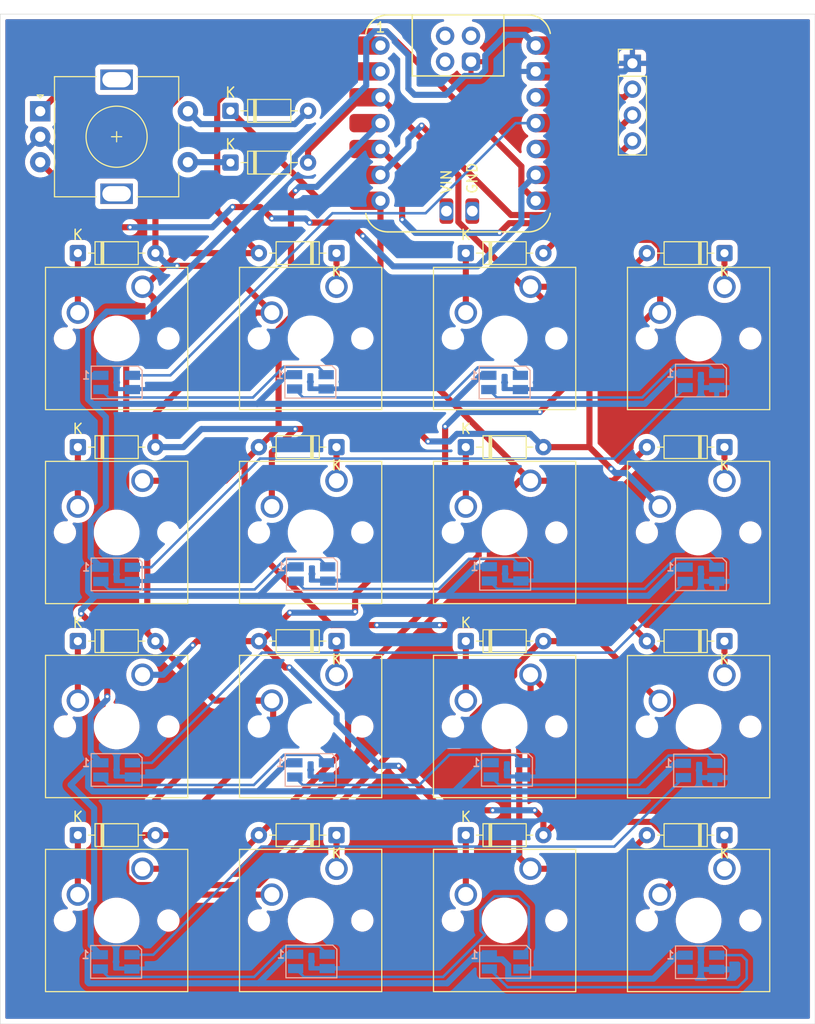
<source format=kicad_pcb>
(kicad_pcb (version 20241229) (generator "pcbnew") (generator_version "9.0")
  (layers (0 "F.Cu" signal) (2 "B.Cu" signal) (13 "F.Paste" user) (15 "B.Paste" user) (5 "F.SilkS" user "F.Silkscreen") (7 "B.SilkS" user "B.Silkscreen") (1 "F.Mask" user) (3 "B.Mask" user) (25 "Edge.Cuts" user))
  (net 0 "")
  (net 1 "P26")
  (net 2 "Net-(D1-K)")
  (net 3 "P27")
  (net 4 "Net-(D2-K)")
  (net 5 "Net-(D3-K)")
  (net 6 "Net-(D4-K)")
  (net 7 "P28")
  (net 8 "Net-(D5-K)")
  (net 9 "Net-(D6-K)")
  (net 10 "P29")
  (net 11 "Net-(D7-K)")
  (net 12 "Net-(D8-K)")
  (net 13 "P0")
  (net 14 "Net-(D9-K)")
  (net 15 "Net-(D10-K)")
  (net 16 "Net-(D11-K)")
  (net 17 "Net-(D12-K)")
  (net 18 "Net-(D13-K)")
  (net 19 "Net-(D14-K)")
  (net 20 "Net-(D15-K)")
  (net 21 "Net-(D16-K)")
  (net 22 "Net-(D17-K)")
  (net 23 "Net-(D18-A)")
  (net 24 "SCL")
  (net 25 "SDA")
  (net 26 "3V3")
  (net 27 "GND")
  (net 28 "DIN")
  (net 29 "5V")
  (net 30 "Net-(LED1-DOUT)")
  (net 31 "Net-(LED2-DOUT)")
  (net 32 "Net-(LED3-DOUT)")
  (net 33 "Net-(LED4-DOUT)")
  (net 34 "Net-(LED5-DOUT)")
  (net 35 "Net-(LED6-DOUT)")
  (net 36 "Net-(LED7-DOUT)")
  (net 37 "Net-(LED8-DOUT)")
  (net 38 "Net-(LED10-DIN)")
  (net 39 "Net-(LED10-DOUT)")
  (net 40 "Net-(LED11-DOUT)")
  (net 41 "Net-(LED12-DOUT)")
  (net 42 "Net-(LED13-DOUT)")
  (net 43 "Net-(LED14-DOUT)")
  (net 44 "Net-(LED15-DOUT)")
  (net 46 "ENC_B")
  (net 47 "ENC_A")
  (footprint "Diode_THT:D_DO-35_SOD27_P7.62mm_Horizontal" (layer "F.Cu") (at 91.44 100.838)
    (property "Reference" "D9" (hide yes))
    (property "Value" "1N4148" (hide yes))
  )
  (footprint "Button_Switch_Keyboard:SW_Cherry_MX_1.00u_PCB" (layer "F.Cu") (at 97.79 104.14)
    (property "Reference" "SW9" (hide yes))
    (property "Value" "SW_Push" (hide yes))
  )
  (footprint "Diode_THT:D_DO-35_SOD27_P7.62mm_Horizontal" (layer "F.Cu") (at 129.54 119.888)
    (property "Reference" "D15" (hide yes))
    (property "Value" "1N4148" (hide yes))
  )
  (footprint "Diode_THT:D_DO-35_SOD27_P7.62mm_Horizontal" (layer "F.Cu") (at 129.54 100.838)
    (property "Reference" "D11" (hide yes))
    (property "Value" "1N4148" (hide yes))
  )
  (footprint "Button_Switch_Keyboard:SW_Cherry_MX_1.00u_PCB" (layer "F.Cu") (at 97.79 66.04)
    (property "Reference" "SW1" (hide yes))
    (property "Value" "SW_Push" (hide yes))
  )
  (footprint "Diode_THT:D_DO-35_SOD27_P7.62mm_Horizontal" (layer "F.Cu") (at 116.84 119.888 180)
    (property "Reference" "D14" (hide yes))
    (property "Value" "1N4148" (hide yes))
  )
  (footprint "Button_Switch_Keyboard:SW_Cherry_MX_1.00u_PCB" (layer "F.Cu") (at 116.84 123.19)
    (property "Reference" "SW14" (hide yes))
    (property "Value" "SW_Push" (hide yes))
  )
  (footprint "Diode_THT:D_DO-35_SOD27_P7.62mm_Horizontal" (layer "F.Cu") (at 154.94 100.838 180)
    (property "Reference" "D12" (hide yes))
    (property "Value" "1N4148" (hide yes))
  )
  (footprint "Button_Switch_Keyboard:SW_Cherry_MX_1.00u_PCB" (layer "F.Cu") (at 116.84 66.04)
    (property "Reference" "SW2" (hide yes))
    (property "Value" "SW_Push" (hide yes))
  )
  (footprint "Diode_THT:D_DO-35_SOD27_P7.62mm_Horizontal" (layer "F.Cu") (at 129.54 81.788)
    (property "Reference" "D7" (hide yes))
    (property "Value" "1N4148" (hide yes))
  )
  (footprint "Diode_THT:D_DO-35_SOD27_P7.62mm_Horizontal" (layer "F.Cu") (at 106.426 48.768)
    (property "Reference" "D18" (hide yes))
    (property "Value" "1N4148" (hide yes))
  )
  (footprint "Diode_THT:D_DO-35_SOD27_P7.62mm_Horizontal" (layer "F.Cu") (at 116.84 100.838 180)
    (property "Reference" "D10" (hide yes))
    (property "Value" "1N4148" (hide yes))
  )
  (footprint "Button_Switch_Keyboard:SW_Cherry_MX_1.00u_PCB" (layer "F.Cu") (at 116.84 85.09)
    (property "Reference" "SW6" (hide yes))
    (property "Value" "SW_Push" (hide yes))
  )
  (footprint "Diode_THT:D_DO-35_SOD27_P7.62mm_Horizontal" (layer "F.Cu") (at 116.84 62.738 180)
    (property "Reference" "D2" (hide yes))
    (property "Value" "1N4148" (hide yes))
  )
  (footprint "Button_Switch_Keyboard:SW_Cherry_MX_1.00u_PCB" (layer "F.Cu") (at 97.79 123.19)
    (property "Reference" "SW13" (hide yes))
    (property "Value" "SW_Push" (hide yes))
  )
  (footprint "Button_Switch_Keyboard:SW_Cherry_MX_1.00u_PCB" (layer "F.Cu") (at 135.89 123.19)
    (property "Reference" "SW15" (hide yes))
    (property "Value" "SW_Push" (hide yes))
  )
  (footprint "Connector_PinHeader_2.54mm:PinHeader_1x04_P2.54mm_Vertical" (layer "F.Cu") (at 145.9 44.1)
    (property "Reference" "J1" (hide yes))
    (property "Value" "Conn_01x04_Pin" (hide yes))
  )
  (footprint "Diode_THT:D_DO-35_SOD27_P7.62mm_Horizontal" (layer "F.Cu") (at 129.54 62.738)
    (property "Reference" "D3" (hide yes))
    (property "Value" "1N4148" (hide yes))
  )
  (footprint "Diode_THT:D_DO-35_SOD27_P7.62mm_Horizontal" (layer "F.Cu") (at 116.84 81.788 180)
    (property "Reference" "D6" (hide yes))
    (property "Value" "1N4148" (hide yes))
  )
  (footprint "Diode_THT:D_DO-35_SOD27_P7.62mm_Horizontal" (layer "F.Cu") (at 91.44 81.788)
    (property "Reference" "D5" (hide yes))
    (property "Value" "1N4148" (hide yes))
  )
  (footprint "Button_Switch_Keyboard:SW_Cherry_MX_1.00u_PCB" (layer "F.Cu") (at 154.94 104.16)
    (property "Reference" "SW12" (hide yes))
    (property "Value" "SW_Push" (hide yes))
  )
  (footprint "Button_Switch_Keyboard:SW_Cherry_MX_1.00u_PCB" (layer "F.Cu") (at 154.94 66.04)
    (property "Reference" "SW4" (hide yes))
    (property "Value" "SW_Push" (hide yes))
  )
  (footprint "Button_Switch_Keyboard:SW_Cherry_MX_1.00u_PCB" (layer "F.Cu") (at 97.79 85.09)
    (property "Reference" "SW5" (hide yes))
    (property "Value" "SW_Push" (hide yes))
  )
  (footprint "PCM_marbastlib-xp-promicroish:Xiao_rp2040_ACH" (layer "F.Cu") (at 128.778 49.9745)
    (property "Reference" "U1" (hide yes))
    (property "Value" "Seeeduino Xiao rp2040" (hide yes))
  )
  (footprint "Button_Switch_Keyboard:SW_Cherry_MX_1.00u_PCB" (layer "F.Cu") (at 135.89 66.04)
    (property "Reference" "SW3" (hide yes))
    (property "Value" "SW_Push" (hide yes))
  )
  (footprint "Rotary_Encoder:RotaryEncoder_Alps_EC11E-Switch_Vertical_H20mm" (layer "F.Cu") (at 87.746 48.808)
    (property "Reference" "SW17" (hide yes))
    (property "Value" "RotaryEncoder_Switch" (hide yes))
  )
  (footprint "Button_Switch_Keyboard:SW_Cherry_MX_1.00u_PCB" (layer "F.Cu") (at 154.94 123.19)
    (property "Reference" "SW16" (hide yes))
    (property "Value" "SW_Push" (hide yes))
  )
  (footprint "Diode_THT:D_DO-35_SOD27_P7.62mm_Horizontal" (layer "F.Cu") (at 154.94 62.738 180)
    (property "Reference" "D4" (hide yes))
    (property "Value" "1N4148" (hide yes))
  )
  (footprint "Button_Switch_Keyboard:SW_Cherry_MX_1.00u_PCB" (layer "F.Cu") (at 154.94 85.09)
    (property "Reference" "SW8" (hide yes))
    (property "Value" "SW_Push" (hide yes))
  )
  (footprint "Diode_THT:D_DO-35_SOD27_P7.62mm_Horizontal" (layer "F.Cu") (at 91.44 62.738)
    (property "Reference" "D1" (hide yes))
    (property "Value" "1N4148" (hide yes))
  )
  (footprint "Button_Switch_Keyboard:SW_Cherry_MX_1.00u_PCB" (layer "F.Cu") (at 116.84 104.14)
    (property "Reference" "SW10" (hide yes))
    (property "Value" "SW_Push" (hide yes))
  )
  (footprint "Diode_THT:D_DO-35_SOD27_P7.62mm_Horizontal" (layer "F.Cu") (at 91.44 119.888)
    (property "Reference" "D13" (hide yes))
    (property "Value" "1N4148" (hide yes))
  )
  (footprint "Diode_THT:D_DO-35_SOD27_P7.62mm_Horizontal" (layer "F.Cu") (at 154.94 81.788 180)
    (property "Reference" "D8" (hide yes))
    (property "Value" "1N4148" (hide yes))
  )
  (footprint "Button_Switch_Keyboard:SW_Cherry_MX_1.00u_PCB" (layer "F.Cu") (at 135.89 104.14)
    (property "Reference" "SW11" (hide yes))
    (property "Value" "SW_Push" (hide yes))
  )
  (footprint "Button_Switch_Keyboard:SW_Cherry_MX_1.00u_PCB" (layer "F.Cu") (at 135.89 85.09)
    (property "Reference" "SW7" (hide yes))
    (property "Value" "SW_Push" (hide yes))
  )
  (footprint "Diode_THT:D_DO-35_SOD27_P7.62mm_Horizontal" (layer "F.Cu") (at 154.94 119.888 180)
    (property "Reference" "D16" (hide yes))
    (property "Value" "1N4148" (hide yes))
  )
  (footprint "Diode_THT:D_DO-35_SOD27_P7.62mm_Horizontal" (layer "F.Cu") (at 106.426 53.848)
    (property "Reference" "D17" (hide yes))
    (property "Value" "1N4148" (hide yes))
  )
  (footprint "LED_SMD:LED_RGB_Wuerth-PLCC4_3.2x2.8mm_150141M173100" (layer "B.Cu") (at 133.578 113.476 180)
    (property "Reference" "LED11" (hide yes))
    (property "Value" "SK6812MINI-E" (hide yes))
  )
  (footprint "LED_SMD:LED_RGB_Wuerth-PLCC4_3.2x2.8mm_150141M173100" (layer "B.Cu") (at 133.35 75.438 180)
    (property "Reference" "LED3" (hide yes))
    (property "Value" "SK6812MINI-E" (hide yes))
  )
  (footprint "LED_SMD:LED_RGB_Wuerth-PLCC4_3.2x2.8mm_150141M173100" (layer "B.Cu") (at 95.25 94.2848 180)
    (property "Reference" "LED5" (hide yes))
    (property "Value" "SK6812MINI-E" (hide yes))
  )
  (footprint "LED_SMD:LED_RGB_Wuerth-PLCC4_3.2x2.8mm_150141M173100" (layer "B.Cu") (at 114.3 113.4872 180)
    (property "Reference" "LED10" (hide yes))
    (property "Value" "SK6812MINI-E" (hide yes))
  )
  (footprint "LED_SMD:LED_RGB_Wuerth-PLCC4_3.2x2.8mm_150141M173100" (layer "B.Cu") (at 114.4276 94.2452 180)
    (property "Reference" "LED6" (hide yes))
    (property "Value" "SK6812MINI-E" (hide yes))
  )
  (footprint "LED_SMD:LED_RGB_Wuerth-PLCC4_3.2x2.8mm_150141M173100" (layer "B.Cu") (at 95.25 113.4872 180)
    (property "Reference" "LED9" (hide yes))
    (property "Value" "SK6812MINI-E" (hide yes))
  )
  (footprint "LED_SMD:LED_RGB_Wuerth-PLCC4_3.2x2.8mm_150141M173100" (layer "B.Cu") (at 114.3768 132.2944 180)
    (property "Reference" "LED14" (hide yes))
    (property "Value" "SK6812MINI-E" (hide yes))
  )
  (footprint "LED_SMD:LED_RGB_Wuerth-PLCC4_3.2x2.8mm_150141M173100" (layer "B.Cu") (at 133.4008 132.334 180)
    (property "Reference" "LED15" (hide yes))
    (property "Value" "SK6812MINI-E" (hide yes))
  )
  (footprint "LED_SMD:LED_RGB_Wuerth-PLCC4_3.2x2.8mm_150141M173100" (layer "B.Cu") (at 133.4008 94.234 180)
    (property "Reference" "LED7" (hide yes))
    (property "Value" "SK6812MINI-E" (hide yes))
  )
  (footprint "LED_SMD:LED_RGB_Wuerth-PLCC4_3.2x2.8mm_150141M173100" (layer "B.Cu") (at 114.274 75.376 180)
    (property "Reference" "LED2" (hide yes))
    (property "Value" "SK6812MINI-E" (hide yes))
  )
  (footprint "LED_SMD:LED_RGB_Wuerth-PLCC4_3.2x2.8mm_150141M173100" (layer "B.Cu") (at 152.6292 132.3736 180)
    (property "Reference" "LED16" (hide yes))
    (property "Value" "SK6812MINI-E" (hide yes))
  )
  (footprint "LED_SMD:LED_RGB_Wuerth-PLCC4_3.2x2.8mm_150141M173100" (layer "B.Cu") (at 152.628 75.246 180)
    (property "Reference" "LED4" (hide yes))
    (property "Value" "SK6812MINI-E" (hide yes))
  )
  (footprint "LED_SMD:LED_RGB_Wuerth-PLCC4_3.2x2.8mm_150141M173100" (layer "B.Cu") (at 152.4508 113.538 180)
    (property "Reference" "LED12" (hide yes))
    (property "Value" "SK6812MINI-E" (hide yes))
  )
  (footprint "LED_SMD:LED_RGB_Wuerth-PLCC4_3.2x2.8mm_150141M173100" (layer "B.Cu") (at 95.1992 132.334 180)
    (property "Reference" "LED13" (hide yes))
    (property "Value" "SK6812MINI-E" (hide yes))
  )
  (footprint "LED_SMD:LED_RGB_Wuerth-PLCC4_3.2x2.8mm_150141M173100" (layer "B.Cu") (at 95.25 75.438 180)
    (property "Reference" "LED1" (hide yes))
    (property "Value" "SK6812MINI-E" (hide yes))
  )
  (footprint "LED_SMD:LED_RGB_Wuerth-PLCC4_3.2x2.8mm_150141M173100" (layer "B.Cu") (at 152.6292 94.2736 180)
    (property "Reference" "LED8" (hide yes))
    (property "Value" "SK6812MINI-E" (hide yes))
  )
  (gr_rect (start 83.82 39.2684) (end 163.83 138.43) (stroke (width 0.05)) (fill no) (layer "Edge.Cuts"))
  (segment (start 148.621 62.199108) (end 147.858892 61.437) (width 0.6) (layer "F.Cu") (net 1))
  (segment (start 99.06 78.454366) (end 108.934366 68.58) (width 0.6) (layer "F.Cu") (net 1))
  (segment (start 99.06 62.738) (end 99.06 49.7332) (width 0.6) (layer "F.Cu") (net 1))
  (segment (start 99.06 81.788) (end 99.06 78.454366) (width 0.6) (layer "F.Cu") (net 1))
  (segment (start 110.49 68.58) (end 105.899486 63.989486) (width 0.6) (layer "F.Cu") (net 1))
  (segment (start 141.6812 81.788) (end 143.8148 83.9216) (width 0.6) (layer "F.Cu") (net 1))
  (segment (start 110.49 87.63) (end 110.49 82.296) (width 0.6) (layer "F.Cu") (net 1))
  (segment (start 99.06 49.7332) (end 106.4387 42.3545) (width 0.6) (layer "F.Cu") (net 1))
  (segment (start 148.621 68.549) (end 148.621 62.199108) (width 0.6) (layer "F.Cu") (net 1))
  (segment (start 105.899486 63.989486) (end 101.175086 63.989486) (width 0.6) (layer "F.Cu") (net 1))
  (segment (start 108.934366 68.58) (end 110.49 68.58) (width 0.6) (layer "F.Cu") (net 1))
  (segment (start 110.49 82.296) (end 112.776 80.01) (width 0.6) (layer "F.Cu") (net 1))
  (segment (start 112.776 80.01) (end 124.6124 80.01) (width 0.6) (layer "F.Cu") (net 1))
  (segment (start 147.858892 61.437) (end 138.461 61.437) (width 0.6) (layer "F.Cu") (net 1))
  (segment (start 141.6812 81.788) (end 141.6812 74.777487) (width 0.6) (layer "F.Cu") (net 1))
  (segment (start 137.16 81.788) (end 141.6812 81.788) (width 0.6) (layer "F.Cu") (net 1))
  (segment (start 138.461 61.437) (end 137.16 62.738) (width 0.6) (layer "F.Cu") (net 1))
  (segment (start 147.878687 68.58) (end 148.59 68.58) (width 0.6) (layer "F.Cu") (net 1))
  (segment (start 148.59 68.58) (end 148.621 68.549) (width 0.6) (layer "F.Cu") (net 1))
  (segment (start 141.6812 74.777487) (end 147.878687 68.58) (width 0.6) (layer "F.Cu") (net 1))
  (segment (start 106.4387 42.3545) (end 121.158 42.3545) (width 0.6) (layer "F.Cu") (net 1))
  (segment (start 124.6124 80.01) (end 125.8316 81.2292) (width 0.6) (layer "F.Cu") (net 1))
  (via (at 125.8316 81.2292) (size 0.6) (drill 0.3) (layers "F.Cu" "B.Cu") (net 1))
  (via (at 112.776 80.01) (size 0.6) (drill 0.3) (layers "F.Cu" "B.Cu") (net 1))
  (via (at 143.8148 83.9216) (size 0.6) (drill 0.3) (layers "F.Cu" "B.Cu") (net 1))
  (via (at 101.175086 63.989486) (size 0.6) (drill 0.3) (layers "F.Cu" "B.Cu") (net 1))
  (segment (start 143.8148 83.9216) (end 144.2212 84.328) (width 0.6) (layer "B.Cu") (net 1))
  (segment (start 128.671998 80.487) (end 135.859 80.487) (width 0.6) (layer "B.Cu") (net 1))
  (segment (start 145.288 84.328) (end 148.59 87.63) (width 0.6) (layer "B.Cu") (net 1))
  (segment (start 112.776 80.01) (end 103.5812 80.01) (width 0.6) (layer "B.Cu") (net 1))
  (segment (start 144.2212 84.328) (end 145.288 84.328) (width 0.6) (layer "B.Cu") (net 1))
  (segment (start 135.859 80.487) (end 137.16 81.788) (width 0.6) (layer "B.Cu") (net 1))
  (segment (start 127.929798 81.2292) (end 128.671998 80.487) (width 0.6) (layer "B.Cu") (net 1))
  (segment (start 100.311486 63.989486) (end 99.06 62.738) (width 0.6) (layer "B.Cu") (net 1))
  (segment (start 101.8032 81.788) (end 99.06 81.788) (width 0.6) (layer "B.Cu") (net 1))
  (segment (start 101.175086 63.989486) (end 100.311486 63.989486) (width 0.6) (layer "B.Cu") (net 1))
  (segment (start 125.8316 81.2292) (end 127.929798 81.2292) (width 0.6) (layer "B.Cu") (net 1))
  (segment (start 103.5812 80.01) (end 101.8032 81.788) (width 0.6) (layer "B.Cu") (net 1))
  (segment (start 91.44 68.58) (end 91.44 62.738) (width 0.6) (layer "F.Cu") (net 2))
  (segment (start 108.828998 106.68) (end 96.189 119.319998) (width 0.6) (layer "F.Cu") (net 3))
  (segment (start 98.260001 100.038001) (end 98.260001 88.175003) (width 0.6) (layer "F.Cu") (net 3))
  (segment (start 110.49 106.68) (end 104.902 106.68) (width 0.6) (layer "F.Cu") (net 3))
  (segment (start 110.621 109.800313) (end 110.621 106.811) (width 0.6) (layer "F.Cu") (net 3))
  (segment (start 123.334844 110.621) (end 128.850313 110.621) (width 0.6) (layer "F.Cu") (net 3))
  (segment (start 97.9932 66.04) (end 101.2952 62.738) (width 0.6) (layer "F.Cu") (net 3))
  (segment (start 142.638 100.838) (end 137.16 100.838) (width 0.6) (layer "F.Cu") (net 3))
  (segment (start 96.189 123.853156) (end 96.189 121.62763) (width 0.6) (layer "F.Cu") (net 3))
  (segment (start 101.2952 62.738) (end 109.22 62.738) (width 0.6) (layer "F.Cu") (net 3))
  (segment (start 110.621 106.811) (end 110.49 106.68) (width 0.6) (layer "F.Cu") (net 3))
  (segment (start 148.59 106.79) (end 142.638 100.838) (width 0.6) (layer "F.Cu") (net 3))
  (segment (start 98.889999 71.08766) (end 98.889999 67.139999) (width 0.6) (layer "F.Cu") (net 3))
  (segment (start 108.130498 44.8945) (end 121.158 44.8945) (width 0.6) (layer "F.Cu") (net 3))
  (segment (start 100.533313 119.888) (end 110.621 109.800313) (width 0.6) (layer "F.Cu") (net 3))
  (segment (start 96.189 86.104002) (end 96.189 73.788659) (width 0.6) (layer "F.Cu") (net 3))
  (segment (start 109.22 62.738) (end 105.125 58.643) (width 0.6) (layer "F.Cu") (net 3))
  (segment (start 98.260001 88.175003) (end 96.189 86.104002) (width 0.6) (layer "F.Cu") (net 3))
  (segment (start 105.125 47.899998) (end 108.130498 44.8945) (width 0.6) (layer "F.Cu") (net 3))
  (segment (start 96.189 73.788659) (end 98.889999 71.08766) (width 0.6) (layer "F.Cu") (net 3))
  (segment (start 134.289 103.476844) (end 136.927844 100.838) (width 0.6) (layer "F.Cu") (net 3))
  (segment (start 105.125 58.643) (end 105.125 47.899998) (width 0.6) (layer "F.Cu") (net 3))
  (segment (start 136.927844 100.838) (end 137.16 100.838) (width 0.6) (layer "F.Cu") (net 3))
  (segment (start 97.79 66.04) (end 97.9932 66.04) (width 0.6) (layer "F.Cu") (net 3))
  (segment (start 98.889999 67.139999) (end 97.79 66.04) (width 0.6) (layer "F.Cu") (net 3))
  (segment (start 109.164844 124.791) (end 123.334844 110.621) (width 0.6) (layer "F.Cu") (net 3))
  (segment (start 99.06 100.838) (end 98.260001 100.038001) (width 0.6) (layer "F.Cu") (net 3))
  (segment (start 98.065844 125.73) (end 96.189 123.853156) (width 0.6) (layer "F.Cu") (net 3))
  (segment (start 134.289 104.195156) (end 134.289 103.476844) (width 0.6) (layer "F.Cu") (net 3))
  (segment (start 97.126844 124.791) (end 109.164844 124.791) (width 0.6) (layer "F.Cu") (net 3))
  (segment (start 130.203156 109.268157) (end 130.203156 108.281) (width 0.6) (layer "F.Cu") (net 3))
  (segment (start 130.203156 108.281) (end 134.289 104.195156) (width 0.6) (layer "F.Cu") (net 3))
  (segment (start 96.189 121.62763) (end 97.92863 119.888) (width 0.6) (layer "F.Cu") (net 3))
  (segment (start 128.850313 110.621) (end 130.203156 109.268157) (width 0.6) (layer "F.Cu") (net 3))
  (segment (start 110.49 125.73) (end 98.065844 125.73) (width 0.6) (layer "F.Cu") (net 3))
  (segment (start 104.902 106.68) (end 99.06 100.838) (width 0.6) (layer "F.Cu") (net 3))
  (segment (start 97.92863 119.888) (end 99.06 119.888) (width 0.6) (layer "F.Cu") (net 3))
  (segment (start 110.49 106.68) (end 108.828998 106.68) (width 0.6) (layer "F.Cu") (net 3))
  (segment (start 99.06 119.888) (end 100.533313 119.888) (width 0.6) (layer "F.Cu") (net 3))
  (segment (start 96.189 123.853156) (end 97.126844 124.791) (width 0.6) (layer "F.Cu") (net 3))
  (segment (start 96.189 119.319998) (end 96.189 123.853156) (width 0.6) (layer "F.Cu") (net 3))
  (segment (start 116.84 66.04) (end 116.84 62.738) (width 0.6) (layer "F.Cu") (net 4))
  (segment (start 129.54 68.58) (end 129.54 62.738) (width 0.6) (layer "F.Cu") (net 5))
  (segment (start 154.94 66.04) (end 154.94 62.738) (width 0.6) (layer "F.Cu") (net 6))
  (segment (start 135.89 66.04) (end 135.169952 66.04) (width 0.6) (layer "F.Cu") (net 7))
  (segment (start 109.22 100.838) (end 109.474 100.838) (width 0.6) (layer "F.Cu") (net 7))
  (segment (start 112.2172 103.4288) (end 111.8108 103.4288) (width 0.6) (layer "F.Cu") (net 7))
  (segment (start 114.046 53.848) (end 114.046 52.684394) (width 0.6) (layer "F.Cu") (net 7))
  (segment (start 147.858892 118.587) (end 138.461 118.587) (width 0.6) (layer "F.Cu") (net 7))
  (segment (start 136.8044 78.34) (end 140.716 74.4284) (width 0.6) (layer "F.Cu") (net 7))
  (segment (start 148.59 125.73) (end 149.689999 124.630001) (width 0.6) (layer "F.Cu") (net 7))
  (segment (start 140.716 70.866) (end 135.89 66.04) (width 0.6) (layer "F.Cu") (net 7))
  (segment (start 128.81227 55.08877) (end 121.158 47.4345) (width 0.6) (layer "F.Cu") (net 7))
  (segment (start 135.169952 66.04) (end 128.81227 59.682318) (width 0.6) (layer "F.Cu") (net 7))
  (segment (start 119.295894 47.4345) (end 121.158 47.4345) (width 0.6) (layer "F.Cu") (net 7))
  (segment (start 109.474 100.838) (end 112.268 98.044) (width 0.6) (layer "F.Cu") (net 7))
  (segment (start 109.22 100.838) (end 103.124 100.838) (width 0.6) (layer "F.Cu") (net 7))
  (segment (start 127.3048 117.4496) (end 122.936 113.0808) (width 0.6) (layer "F.Cu") (net 7))
  (segment (start 135.89 66.04) (end 144.018 66.04) (width 0.6) (layer "F.Cu") (net 7))
  (segment (start 137.16 119.888) (end 137.16 118.3132) (width 0.6) (layer "F.Cu") (net 7))
  (segment (start 144.018 66.04) (end 147.32 62.738) (width 0.6) (layer "F.Cu") (net 7))
  (segment (start 127.508 87.397844) (end 127.508 79.756) (width 0.6) (layer "F.Cu") (net 7))
  (segment (start 128.81227 59.682318) (end 128.81227 55.08877) (width 0.6) (layer "F.Cu") (net 7))
  (segment (start 118.6688 96.237044) (end 127.508 87.397844) (width 0.6) (layer "F.Cu") (net 7))
  (segment (start 149.689999 120.418107) (end 147.858892 118.587) (width 0.6) (layer "F.Cu") (net 7))
  (segment (start 138.461 118.587) (end 137.16 119.888) (width 0.6) (layer "F.Cu") (net 7))
  (segment (start 118.6688 97.9424) (end 118.6688 96.237044) (width 0.6) (layer "F.Cu") (net 7))
  (segment (start 137.16 118.3132) (end 136.2964 117.4496) (width 0.6) (layer "F.Cu") (net 7))
  (segment (start 114.046 52.684394) (end 119.295894 47.4345) (width 0.6) (layer "F.Cu") (net 7))
  (segment (start 111.8108 103.4288) (end 109.22 100.838) (width 0.6) (layer "F.Cu") (net 7))
  (segment (start 132.1816 117.4496) (end 127.3048 117.4496) (width 0.6) (layer "F.Cu") (net 7))
  (segment (start 103.124 100.838) (end 102.7176 101.2444) (width 0.6) (layer "F.Cu") (net 7))
  (segment (start 140.716 74.4284) (end 140.716 70.866) (width 0.6) (layer "F.Cu") (net 7))
  (segment (start 149.689999 124.630001) (end 149.689999 120.418107) (width 0.6) (layer "F.Cu") (net 7))
  (via (at 112.2172 103.4288) (size 0.6) (drill 0.3) (layers "F.Cu" "B.Cu") (net 7))
  (via (at 118.6688 97.9424) (size 0.6) (drill 0.3) (layers "F.Cu" "B.Cu") (net 7))
  (via (at 136.8044 78.34) (size 0.6) (drill 0.3) (layers "F.Cu" "B.Cu") (net 7))
  (via (at 102.7176 101.2444) (size 0.6) (drill 0.3) (layers "F.Cu" "B.Cu") (net 7))
  (via (at 127.508 79.756) (size 0.6) (drill 0.3) (layers "F.Cu" "B.Cu") (net 7))
  (via (at 132.1816 117.4496) (size 0.6) (drill 0.3) (layers "F.Cu" "B.Cu") (net 7))
  (via (at 122.936 113.0808) (size 0.6) (drill 0.3) (layers "F.Cu" "B.Cu") (net 7))
  (via (at 136.2964 117.4496) (size 0.6) (drill 0.3) (layers "F.Cu" "B.Cu") (net 7))
  (via (at 112.268 98.044) (size 0.6) (drill 0.3) (layers "F.Cu" "B.Cu") (net 7))
  (segment (start 102.7176 101.2444) (end 99.822 104.14) (width 0.6) (layer "B.Cu") (net 7))
  (segment (start 128.924 78.34) (end 136.8044 78.34) (width 0.6) (layer "B.Cu") (net 7))
  (segment (start 127.508 79.756) (end 128.924 78.34) (width 0.6) (layer "B.Cu") (net 7))
  (segment (start 121.0564 113.0808) (end 116.851 108.8754) (width 0.6) (layer "B.Cu") (net 7))
  (segment (start 116.851 108.8754) (end 116.851 108.0626) (width 0.6) (layer "B.Cu") (net 7))
  (segment (start 116.851 108.0626) (end 112.2172 103.4288) (width 0.6) (layer "B.Cu") (net 7))
  (segment (start 122.936 113.0808) (end 121.0564 113.0808) (width 0.6) (layer "B.Cu") (net 7))
  (segment (start 136.2964 117.4496) (end 132.1816 117.4496) (width 0.6) (layer "B.Cu") (net 7))
  (segment (start 118.5672 98.044) (end 118.6688 97.9424) (width 0.6) (layer "B.Cu") (net 7))
  (segment (start 112.268 98.044) (end 118.5672 98.044) (width 0.6) (layer "B.Cu") (net 7))
  (segment (start 99.822 104.14) (end 97.79 104.14) (width 0.6) (layer "B.Cu") (net 7))
  (segment (start 91.44 87.63) (end 91.44 81.788) (width 0.6) (layer "F.Cu") (net 8))
  (segment (start 116.84 85.09) (end 116.84 81.788) (width 0.6) (layer "F.Cu") (net 9))
  (segment (start 111.153156 70.181) (end 111.153156 79.854844) (width 0.6) (layer "F.Cu") (net 10))
  (segment (start 112.8268 56.5912) (end 112.3696 57.0484) (width 0.6) (layer "F.Cu") (net 10))
  (segment (start 107.819 90.750313) (end 107.819 83.189) (width 0.6) (layer "F.Cu") (net 10))
  (segment (start 145.7452 99.2632) (end 126.9492 99.2632) (width 0.6) (layer "F.Cu") (net 10))
  (segment (start 107.819 83.189) (end 109.22 81.788) (width 0.6) (layer "F.Cu") (net 10))
  (segment (start 135.901 110.276659) (end 135.901 104.151) (width 0.6) (layer "F.Cu") (net 10))
  (segment (start 111.153156 79.854844) (end 109.22 81.788) (width 0.6) (layer "F.Cu") (net 10))
  (segment (start 135.89 123.19) (end 134.790001 122.090001) (width 0.6) (layer "F.Cu") (net 10))
  (segment (start 150.191 103.709) (end 147.32 100.838) (width 0.6) (layer "F.Cu") (net 10))
  (segment (start 112.3696 57.0484) (end 112.3696 68.964556) (width 0.6) (layer "F.Cu") (net 10))
  (segment (start 142.481 110.731) (end 147.900313 110.731) (width 0.6) (layer "F.Cu") (net 10))
  (segment (start 105.918 85.09) (end 109.22 81.788) (width 0.6) (layer "F.Cu") (net 10))
  (segment (start 135.901 104.151) (end 135.89 104.14) (width 0.6) (layer "F.Cu") (net 10))
  (segment (start 135.89 123.19) (end 144.018 123.19) (width 0.6) (layer "F.Cu") (net 10))
  (segment (start 144.018 123.19) (end 147.32 119.888) (width 0.6) (layer "F.Cu") (net 10))
  (segment (start 112.3696 68.964556) (end 111.153156 70.181) (width 0.6) (layer "F.Cu") (net 10))
  (segment (start 134.790001 111.387658) (end 135.901 110.276659) (width 0.6) (layer "F.Cu") (net 10))
  (segment (start 149.253156 109.378157) (end 149.253156 108.391) (width 0.6) (layer "F.Cu") (net 10))
  (segment (start 134.790001 122.090001) (end 134.790001 111.387658) (width 0.6) (layer "F.Cu") (net 10))
  (segment (start 147.900313 110.731) (end 149.253156 109.378157) (width 0.6) (layer "F.Cu") (net 10))
  (segment (start 120.8024 99.2632) (end 116.331887 99.2632) (width 0.6) (layer "F.Cu") (net 10))
  (segment (start 135.89 104.14) (end 142.481 110.731) (width 0.6) (layer "F.Cu") (net 10))
  (segment (start 97.79 85.09) (end 105.918 85.09) (width 0.6) (layer "F.Cu") (net 10))
  (segment (start 149.253156 108.391) (end 150.191 107.453156) (width 0.6) (layer "F.Cu") (net 10))
  (segment (start 150.191 107.453156) (end 150.191 103.709) (width 0.6) (layer "F.Cu") (net 10))
  (segment (start 116.331887 99.2632) (end 107.819 90.750313) (width 0.6) (layer "F.Cu") (net 10))
  (segment (start 147.32 100.838) (end 145.7452 99.2632) (width 0.6) (layer "F.Cu") (net 10))
  (via (at 112.8268 56.5912) (size 0.6) (drill 0.3) (layers "F.Cu" "B.Cu") (net 10))
  (via (at 126.9492 99.2632) (size 0.6) (drill 0.3) (layers "F.Cu" "B.Cu") (net 10))
  (via (at 120.8024 99.2632) (size 0.6) (drill 0.3) (layers "F.Cu" "B.Cu") (net 10))
  (segment (start 113.1824 56.2356) (end 114.8969 56.2356) (width 0.6) (layer "B.Cu") (net 10))
  (segment (start 126.9492 99.2632) (end 120.8024 99.2632) (width 0.6) (layer "B.Cu") (net 10))
  (segment (start 114.8969 56.2356) (end 121.158 49.9745) (width 0.6) (layer "B.Cu") (net 10))
  (segment (start 112.8268 56.5912) (end 113.1824 56.2356) (width 0.6) (layer "B.Cu") (net 10))
  (segment (start 129.54 87.63) (end 129.54 81.788) (width 0.6) (layer "F.Cu") (net 11))
  (segment (start 154.94 85.09) (end 154.94 81.788) (width 0.6) (layer "F.Cu") (net 12))
  (segment (start 144.018 85.09) (end 147.32 81.788) (width 0.6) (layer "F.Cu") (net 13))
  (segment (start 130.799 89.113341) (end 134.822341 85.09) (width 0.6) (layer "F.Cu") (net 13))
  (segment (start 97.79 123.19) (end 105.918 123.19) (width 0.6) (layer "F.Cu") (net 13))
  (segment (start 134.822341 85.09) (end 135.89 85.09) (width 0.6) (layer "F.Cu") (net 13))
  (segment (start 105.918 123.19) (end 109.22 119.888) (width 0.6) (layer "F.Cu") (net 13))
  (segment (start 109.22 119.888) (end 117.979 111.129) (width 0.6) (layer "F.Cu") (net 13))
  (segment (start 135.89 85.09) (end 144.018 85.09) (width 0.6) (layer "F.Cu") (net 13))
  (segment (start 135.89 85.09) (end 121.158 70.358) (width 0.6) (layer "F.Cu") (net 13))
  (segment (start 117.979 111.129) (end 117.979 105.265156) (width 0.6) (layer "F.Cu") (net 13))
  (segment (start 106.426 48.768) (end 115.2525 57.5945) (width 0.6) (layer "F.Cu") (net 13))
  (segment (start 121.158 70.358) (end 121.158 57.5945) (width 0.6) (layer "F.Cu") (net 13))
  (segment (start 130.799 92.445156) (end 130.799 89.113341) (width 0.6) (layer "F.Cu") (net 13))
  (segment (start 117.979 105.265156) (end 130.799 92.445156) (width 0.6) (layer "F.Cu") (net 13))
  (segment (start 115.2525 57.5945) (end 121.158 57.5945) (width 0.6) (layer "F.Cu") (net 13))
  (segment (start 91.44 106.68) (end 91.44 100.838) (width 0.6) (layer "F.Cu") (net 14))
  (segment (start 116.84 104.14) (end 116.84 100.838) (width 0.6) (layer "F.Cu") (net 15))
  (segment (start 129.54 106.68) (end 129.54 100.838) (width 0.6) (layer "F.Cu") (net 16))
  (segment (start 154.94 104.25) (end 154.94 100.838) (width 0.6) (layer "F.Cu") (net 17))
  (segment (start 91.44 125.73) (end 91.44 119.888) (width 0.6) (layer "F.Cu") (net 18))
  (segment (start 116.84 123.19) (end 116.84 119.888) (width 0.6) (layer "F.Cu") (net 19))
  (segment (start 129.54 125.73) (end 129.54 119.888) (width 0.6) (layer "F.Cu") (net 20))
  (segment (start 154.94 123.19) (end 154.94 119.888) (width 0.6) (layer "F.Cu") (net 21))
  (segment (start 106.386 53.808) (end 106.426 53.848) (width 0.6) (layer "B.Cu") (net 22))
  (segment (start 102.246 53.808) (end 106.386 53.808) (width 0.6) (layer "B.Cu") (net 22))
  (segment (start 112.745 50.069) (end 114.046 48.768) (width 0.6) (layer "B.Cu") (net 23))
  (segment (start 103.507 50.069) (end 112.745 50.069) (width 0.6) (layer "B.Cu") (net 23))
  (segment (start 102.246 48.808) (end 103.507 50.069) (width 0.6) (layer "B.Cu") (net 23))
  (segment (start 139.949 55.905606) (end 139.949 55.131) (width 0.6) (layer "F.Cu") (net 24))
  (segment (start 125.1966 50.2158) (end 133.9763 58.9955) (width 0.6) (layer "F.Cu") (net 24))
  (segment (start 139.399106 58.9955) (end 139.949 58.445606) (width 0.6) (layer "F.Cu") (net 24))
  (segment (start 133.9763 58.9955) (end 139.399106 58.9955) (width 0.6) (layer "F.Cu") (net 24))
  (segment (start 139.949 56.743394) (end 139.530106 56.3245) (width 0.6) (layer "F.Cu") (net 24))
  (segment (start 139.949 58.445606) (end 139.949 56.743394) (width 0.6) (layer "F.Cu") (net 24))
  (segment (start 139.949 55.131) (end 145.9 49.18) (width 0.6) (layer "F.Cu") (net 24))
  (segment (start 139.530106 56.3245) (end 139.949 55.905606) (width 0.6) (layer "F.Cu") (net 24))
  (via (at 125.1966 50.2158) (size 0.6) (drill 0.3) (layers "F.Cu" "B.Cu") (net 24))
  (segment (start 123.9012 51.5112) (end 123.9012 52.3113) (width 0.6) (layer "B.Cu") (net 24))
  (segment (start 125.1966 50.2158) (end 123.9012 51.5112) (width 0.6) (layer "B.Cu") (net 24))
  (segment (start 123.9012 52.3113) (end 121.158 55.0545) (width 0.6) (layer "B.Cu") (net 24))
  (segment (start 139.730891 59.7965) (end 133.8023 59.7965) (width 0.6) (layer "F.Cu") (net 25))
  (segment (start 140.75 56.87) (end 140.75 58.777392) (width 0.6) (layer "F.Cu") (net 25))
  (segment (start 123.2916 54.6481) (end 121.158 52.5145) (width 0.6) (layer "F.Cu") (net 25))
  (segment (start 123.2916 59.4455) (end 123.2916 54.6481) (width 0.6) (layer "F.Cu") (net 25))
  (segment (start 133.8023 59.7965) (end 132.842 60.7568) (width 0.6) (layer "F.Cu") (net 25))
  (segment (start 140.75 58.777392) (end 139.730891 59.7965) (width 0.6) (layer "F.Cu") (net 25))
  (segment (start 145.9 51.72) (end 140.75 56.87) (width 0.6) (layer "F.Cu") (net 25))
  (via (at 123.2916 59.4455) (size 0.6) (drill 0.3) (layers "F.Cu" "B.Cu") (net 25))
  (via (at 132.842 60.7568) (size 0.6) (drill 0.3) (layers "F.Cu" "B.Cu") (net 25))
  (segment (start 124.6029 60.7568) (end 123.2916 59.4455) (width 0.6) (layer "B.Cu") (net 25))
  (segment (start 132.842 60.7568) (end 124.6029 60.7568) (width 0.6) (layer "B.Cu") (net 25))
  (segment (start 136.398 47.4345) (end 145.1055 47.4345) (width 0.6) (layer "F.Cu") (net 26))
  (segment (start 136.4425 47.39) (end 136.398 47.4345) (width 0.6) (layer "F.Cu") (net 26))
  (segment (start 145.1055 47.4345) (end 145.9 46.64) (width 0.6) (layer "F.Cu") (net 26))
  (segment (start 139.7112 133.034) (end 140.97 131.7752) (width 0.25) (layer "B.Cu") (net 27))
  (segment (start 134.9508 133.034) (end 139.7112 133.034) (width 0.25) (layer "B.Cu") (net 27))
  (segment (start 155.2672 133.0736) (end 154.1792 133.0736) (width 0.6) (layer "B.Cu") (net 27))
  (segment (start 145.1055 44.8945) (end 145.9 44.1) (width 0.6) (layer "B.Cu") (net 27))
  (segment (start 136.398 44.8945) (end 145.1055 44.8945) (width 0.6) (layer "B.Cu") (net 27))
  (segment (start 100.522 74.738) (end 116.4395 58.8205) (width 0.25) (layer "B.Cu") (net 28))
  (segment (start 96.8 74.738) (end 100.522 74.738) (width 0.25) (layer "B.Cu") (net 28))
  (segment (start 134.43394 49.9745) (end 136.398 49.9745) (width 0.25) (layer "B.Cu") (net 28))
  (segment (start 125.58794 58.8205) (end 134.43394 49.9745) (width 0.25) (layer "B.Cu") (net 28))
  (segment (start 116.4395 58.8205) (end 125.58794 58.8205) (width 0.25) (layer "B.Cu") (net 28))
  (segment (start 94.33 100.7) (end 94.33 106.28) (width 0.6) (layer "F.Cu") (net 29))
  (segment (start 91.77 98.14) (end 94.33 100.7) (width 0.6) (layer "F.Cu") (net 29))
  (via (at 91.77 98.14) (size 0.6) (drill 0.3) (layers "F.Cu" "B.Cu") (net 29))
  (via (at 94.33 106.28) (size 0.6) (drill 0.3) (layers "F.Cu" "B.Cu") (net 29))
  (segment (start 92.898 112.7872) (end 90.7288 114.9564) (width 0.6) (layer "B.Cu") (net 29))
  (segment (start 92.449 95.9358) (end 92.9 96.3868) (width 0.6) (layer "B.Cu") (net 29))
  (segment (start 92.699859 89.112482) (end 92.699859 92.584659) (width 0.6) (layer "B.Cu") (net 29))
  (segment (start 147.3476 115.5892) (end 150.0988 112.838) (width 0.6) (layer "B.Cu") (net 29))
  (segment (start 133.1018 132.083) (end 133.6998 132.681) (width 0.6) (layer "B.Cu") (net 29))
  (segment (start 112.745 53.879) (end 112.745 53.309108) (width 0.6) (layer "B.Cu") (net 29))
  (segment (start 150.111298 74.546) (end 151.078 74.546) (width 0.6) (layer "B.Cu") (net 29))
  (segment (start 131.449 44.793106) (end 131.449 43.311) (width 0.6) (layer "B.Cu") (net 29))
  (segment (start 123.9012 46.5836) (end 124.5108 47.1932) (width 0.6) (layer "B.Cu") (net 29))
  (segment (start 147.464 96.3868) (end 150.2772 93.5736) (width 0.6) (layer "B.Cu") (net 29))
  (segment (start 119.757 41.774186) (end 120.577686 40.9535) (width 0.6) (layer "B.Cu") (net 29))
  (segment (start 91.77 97.7988) (end 91.77 98.14) (width 0.6) (layer "B.Cu") (net 29))
  (segment (start 133.6998 132.681) (end 133.6998 133.985) (width 0.6) (layer "B.Cu") (net 29))
  (segment (start 93.7 93.5848) (end 92.898 93.5848) (width 0.6) (layer "B.Cu") (net 29))
  (segment (start 92.449 113.2362) (end 92.449 115.1382) (width 0.6) (layer "B.Cu") (net 29))
  (segment (start 133.35 41.41) (end 133.35 41.3004) (width 0.6) (layer "B.Cu") (net 29))
  (segment (start 92.9 96.3868) (end 93.041 96.5278) (width 0.6) (layer "B.Cu") (net 29))
  (segment (start 92.699859 92.584659) (end 93.7 93.5848) (width 0.6) (layer "B.Cu") (net 29))
  (segment (start 92.699 108.163341) (end 92.699 111.7862) (width 0.6) (layer "B.Cu") (net 29))
  (segment (start 121.738314 40.9535) (end 122.559 41.774186) (width 0.6) (layer "B.Cu") (net 29))
  (segment (start 127.648 96.3868) (end 130.5008 93.534) (width 0.6) (layer "B.Cu") (net 29))
  (segment (start 92.9 77.54) (end 94.193341 78.833341) (width 0.6) (layer "B.Cu") (net 29))
  (segment (start 92.3982 134.3082) (end 92.526 134.436) (width 0.6) (layer "B.Cu") (net 29))
  (segment (start 93.041 126.393156) (end 92.699 126.735156) (width 0.6) (layer "B.Cu") (net 29))
  (segment (start 92.449 94.0338) (end 92.449 95.9358) (width 0.6) (layer "B.Cu") (net 29))
  (segment (start 93.7 112.7872) (end 92.898 112.7872) (width 0.6) (layer "B.Cu") (net 29))
  (segment (start 92.8472 131.634) (end 92.3982 132.083) (width 0.6) (layer "B.Cu") (net 29))
  (segment (start 109.1832 134.436) (end 112.0248 131.5944) (width 0.6) (layer "B.Cu") (net 29))
  (segment (start 92.449 70.313341) (end 94.283941 68.4784) (width 0.6) (layer "B.Cu") (net 29))
  (segment (start 94.283941 68.4784) (end 98.1456 68.4784) (width 0.6) (layer "B.Cu") (net 29))
  (segment (start 93.041 96.5278) (end 91.77 97.7988) (width 0.6) (layer "B.Cu") (net 29))
  (segment (start 119.757 46.297108) (end 119.757 41.774186) (width 0.6) (layer "B.Cu") (net 29))
  (segment (start 124.5108 47.1932) (end 127.5668 47.1932) (width 0.6) (layer "B.Cu") (net 29))
  (segment (start 92.449 75.187) (end 92.449 77.089) (width 0.6) (layer "B.Cu") (net 29))
  (segment (start 120.577686 40.9535) (end 121.738314 40.9535) (width 0.6) (layer "B.Cu") (net 29))
  (segment (start 135.3439 41.3004) (end 136.398 42.3545) (width 0.6) (layer "B.Cu") (net 29))
  (segment (start 109.146 115.5892) (end 111.948 112.7872) (width 0.6) (layer "B.Cu") (net 29))
  (segment (start 109.234 96.3868) (end 112.0756 93.5452) (width 0.6) (layer "B.Cu") (net 29))
  (segment (start 92.898 93.5848) (end 92.449 94.0338) (width 0.6) (layer "B.Cu") (net 29))
  (segment (start 128.4128 115.5892) (end 131.226 112.776) (width 0.6) (layer "B.Cu") (net 29))
  (segment (start 133.35 41.3004) (end 135.3439 41.3004) (width 0.6) (layer "B.Cu") (net 29))
  (segment (start 112.0248 131.5944) (end 112.8268 131.5944) (width 0.6) (layer "B.Cu") (net 29))
  (segment (start 92.526 134.436) (end 109.1832 134.436) (width 0.6) (layer "B.Cu") (net 29))
  (segment (start 90.7288 114.9564) (end 93.041 117.2686) (width 0.6) (layer "B.Cu") (net 29))
  (segment (start 111.948 112.7872) (end 112.75 112.7872) (width 0.6) (layer "B.Cu") (net 29))
  (segment (start 130.899106 45.343) (end 131.449 44.793106) (width 0.6) (layer "B.Cu") (net 29))
  (segment (start 109.234 96.3868) (end 127.648 96.3868) (width 0.6) (layer "B.Cu") (net 29))
  (segment (start 93.6492 131.634) (end 92.8472 131.634) (width 0.6) (layer "B.Cu") (net 29))
  (segment (start 150.2772 93.5736) (end 151.0792 93.5736) (width 0.6) (layer "B.Cu") (net 29))
  (segment (start 92.3982 132.083) (end 92.3982 134.3082) (width 0.6) (layer "B.Cu") (net 29))
  (segment (start 128.4128 115.5892) (end 147.3476 115.5892) (width 0.6) (layer "B.Cu") (net 29))
  (segment (start 131.449 43.311) (end 133.35 41.41) (width 0.6) (layer "B.Cu") (net 29))
  (segment (start 130.5008 93.534) (end 131.8508 93.534) (width 0.6) (layer "B.Cu") (net 29))
  (segment (start 128.196 77.54) (end 147.117298 77.54) (width 0.6) (layer "B.Cu") (net 29))
  (segment (start 127.5668 47.1932) (end 129.417 45.343) (width 0.6) (layer "B.Cu") (net 29))
  (segment (start 109.058 77.54) (end 128.196 77.54) (width 0.6) (layer "B.Cu") (net 29))
  (segment (start 94.193341 87.619) (end 92.699859 89.112482) (width 0.6) (layer "B.Cu") (net 29))
  (segment (start 92.9 96.3868) (end 109.234 96.3868) (width 0.6) (layer "B.Cu") (net 29))
  (segment (start 112.745 53.309108) (end 119.757 46.297108) (width 0.6) (layer "B.Cu") (net 29))
  (segment (start 93.7 74.738) (end 92.898 74.738) (width 0.6) (layer "B.Cu") (net 29))
  (segment (start 92.449 77.089) (end 92.449 70.313341) (width 0.6) (layer "B.Cu") (net 29))
  (segment (start 92.898 74.738) (end 92.449 75.187) (width 0.6) (layer "B.Cu") (net 29))
  (segment (start 92.9 115.5892) (end 109.146 115.5892) (width 0.6) (layer "B.Cu") (net 29))
  (segment (start 92.449 77.089) (end 92.9 77.54) (width 0.6) (layer "B.Cu") (net 29))
  (segment (start 128.196 77.54) (end 130.998 74.738) (width 0.6) (layer "B.Cu") (net 29))
  (segment (start 127.6988 134.436) (end 130.0518 132.083) (width 0.6) (layer "B.Cu") (net 29))
  (segment (start 92.449 115.1382) (end 92.9 115.5892) (width 0.6) (layer "B.Cu") (net 29))
  (segment (start 123.9012 43.299) (end 123.9012 46.5836) (width 0.6) (layer "B.Cu") (net 29))
  (segment (start 109.058 77.54) (end 111.922 74.676) (width 0.6) (layer "B.Cu") (net 29))
  (segment (start 93.041 117.2686) (end 93.041 126.393156) (width 0.6) (layer "B.Cu") (net 29))
  (segment (start 92.699 111.7862) (end 93.7 112.7872) (width 0.6) (layer "B.Cu") (net 29))
  (segment (start 129.417 45.343) (end 130.899106 45.343) (width 0.6) (layer "B.Cu") (net 29))
  (segment (start 109.146 115.5892) (end 128.4128 115.5892) (width 0.6) (layer "B.Cu") (net 29))
  (segment (start 147.117298 77.54) (end 150.111298 74.546) (width 0.6) (layer "B.Cu") (net 29))
  (segment (start 111.922 74.676) (end 112.724 74.676) (width 0.6) (layer "B.Cu") (net 29))
  (segment (start 122.559 41.9568) (end 123.9012 43.299) (width 0.6) (layer "B.Cu") (net 29))
  (segment (start 131.226 112.776) (end 132.028 112.776) (width 0.6) (layer "B.Cu") (net 29))
  (segment (start 150.2772 131.6736) (end 151.0792 131.6736) (width 0.6) (layer "B.Cu") (net 29))
  (segment (start 109.1832 134.436) (end 127.6988 134.436) (width 0.6) (layer "B.Cu") (net 29))
  (segment (start 130.998 74.738) (end 131.8 74.738) (width 0.6) (layer "B.Cu") (net 29))
  (segment (start 98.1456 68.4784) (end 112.745 53.879) (width 0.6) (layer "B.Cu") (net 29))
  (segment (start 94.33 106.532341) (end 92.699 108.163341) (width 0.6) (layer "B.Cu") (net 29))
  (segment (start 150.0988 112.838) (end 150.9008 112.838) (width 0.6) (layer "B.Cu") (net 29))
  (segment (start 112.0756 93.5452) (end 112.8776 93.5452) (width 0.6) (layer "B.Cu") (net 29))
  (segment (start 122.559 41.774186) (end 122.559 41.9568) (width 0.6) (layer "B.Cu") (net 29))
  (segment (start 94.33 106.28) (end 94.33 106.532341) (width 0.6) (layer "B.Cu") (net 29))
  (segment (start 133.6998 133.985) (end 147.9658 133.985) (width 0.6) (layer "B.Cu") (net 29))
  (segment (start 92.898 112.7872) (end 92.449 113.2362) (width 0.6) (layer "B.Cu") (net 29))
  (segment (start 92.699 126.735156) (end 92.699 130.6838) (width 0.6) (layer "B.Cu") (net 29))
  (segment (start 130.0518 132.083) (end 133.1018 132.083) (width 0.6) (layer "B.Cu") (net 29))
  (segment (start 130.5008 131.634) (end 131.8508 131.634) (width 0.6) (layer "B.Cu") (net 29))
  (segment (start 147.9658 133.985) (end 150.2772 131.6736) (width 0.6) (layer "B.Cu") (net 29))
  (segment (start 92.699 130.6838) (end 93.6492 131.634) (width 0.6) (layer "B.Cu") (net 29))
  (segment (start 127.648 96.3868) (end 147.464 96.3868) (width 0.6) (layer "B.Cu") (net 29))
  (segment (start 127.6988 134.436) (end 130.5008 131.634) (width 0.6) (layer "B.Cu") (net 29))
  (segment (start 92.9 77.54) (end 109.058 77.54) (width 0.6) (layer "B.Cu") (net 29))
  (segment (start 94.193341 78.833341) (end 94.193341 87.619) (width 0.6) (layer "B.Cu") (net 29))
  (segment (start 94.476 76.914) (end 108.634 76.914) (width 0.25) (layer "B.Cu") (net 30))
  (segment (start 93.7 76.138) (end 94.476 76.914) (width 0.25) (layer "B.Cu") (net 30))
  (segment (start 108.634 76.914) (end 111.648 73.9) (width 0.25) (layer "B.Cu") (net 30))
  (segment (start 115.048 73.9) (end 115.824 74.676) (width 0.25) (layer "B.Cu") (net 30))
  (segment (start 111.648 73.9) (end 115.048 73.9) (width 0.25) (layer "B.Cu") (net 30))
  (segment (start 130.724 73.962) (end 134.124 73.962) (width 0.25) (layer "B.Cu") (net 31))
  (segment (start 127.772 76.914) (end 130.724 73.962) (width 0.25) (layer "B.Cu") (net 31))
  (segment (start 112.724 76.076) (end 113.562 76.914) (width 0.25) (layer "B.Cu") (net 31))
  (segment (start 134.124 73.962) (end 134.9 74.738) (width 0.25) (layer "B.Cu") (net 31))
  (segment (start 113.562 76.914) (end 127.772 76.914) (width 0.25) (layer "B.Cu") (net 31))
  (segment (start 146.858 76.914) (end 150.002 73.77) (width 0.25) (layer "B.Cu") (net 32))
  (segment (start 153.402 73.77) (end 154.178 74.546) (width 0.25) (layer "B.Cu") (net 32))
  (segment (start 131.8 76.138) (end 132.576 76.914) (width 0.25) (layer "B.Cu") (net 32))
  (segment (start 132.576 76.914) (end 146.858 76.914) (width 0.25) (layer "B.Cu") (net 32))
  (segment (start 150.002 73.77) (end 153.402 73.77) (width 0.25) (layer "B.Cu") (net 32))
  (segment (start 151.078 75.946) (end 144.11 82.914) (width 0.25) (layer "B.Cu") (net 33))
  (segment (start 144.11 82.914) (end 109.319826 82.914) (width 0.25) (layer "B.Cu") (net 33))
  (segment (start 109.319826 82.914) (end 98.649026 93.5848) (width 0.25) (layer "B.Cu") (net 33))
  (segment (start 98.649026 93.5848) (end 96.8 93.5848) (width 0.25) (layer "B.Cu") (net 33))
  (segment (start 108.81 95.7608) (end 111.8016 92.7692) (width 0.25) (layer "B.Cu") (net 34))
  (segment (start 111.8016 92.7692) (end 115.2016 92.7692) (width 0.25) (layer "B.Cu") (net 34))
  (segment (start 94.476 95.7608) (end 108.81 95.7608) (width 0.25) (layer "B.Cu") (net 34))
  (segment (start 93.7 94.9848) (end 94.476 95.7608) (width 0.25) (layer "B.Cu") (net 34))
  (segment (start 115.2016 92.7692) (end 115.9776 93.5452) (width 0.25) (layer "B.Cu") (net 34))
  (segment (start 112.8776 94.9452) (end 113.6536 95.7212) (width 0.25) (layer "B.Cu") (net 35))
  (segment (start 129.847601 92.758) (end 134.1748 92.758) (width 0.25) (layer "B.Cu") (net 35))
  (segment (start 134.1748 92.758) (end 134.9508 93.534) (width 0.25) (layer "B.Cu") (net 35))
  (segment (start 113.6536 95.7212) (end 126.884401 95.7212) (width 0.25) (layer "B.Cu") (net 35))
  (segment (start 126.884401 95.7212) (end 129.847601 92.758) (width 0.25) (layer "B.Cu") (net 35))
  (segment (start 150.0032 92.7976) (end 153.4032 92.7976) (width 0.25) (layer "B.Cu") (net 36))
  (segment (start 131.8508 94.934) (end 132.6268 95.71) (width 0.25) (layer "B.Cu") (net 36))
  (segment (start 153.4032 92.7976) (end 154.1792 93.5736) (width 0.25) (layer "B.Cu") (net 36))
  (segment (start 132.6268 95.71) (end 147.0908 95.71) (width 0.25) (layer "B.Cu") (net 36))
  (segment (start 147.0908 95.71) (end 150.0032 92.7976) (width 0.25) (layer "B.Cu") (net 36))
  (segment (start 151.0792 94.9736) (end 144.0888 101.964) (width 0.25) (layer "B.Cu") (net 37))
  (segment (start 109.5164 101.964) (end 98.6932 112.7872) (width 0.25) (layer "B.Cu") (net 37))
  (segment (start 98.6932 112.7872) (end 96.8 112.7872) (width 0.25) (layer "B.Cu") (net 37))
  (segment (start 144.0888 101.964) (end 109.5164 101.964) (width 0.25) (layer "B.Cu") (net 37))
  (segment (start 108.722 114.9632) (end 111.674 112.0112) (width 0.25) (layer "B.Cu") (net 38))
  (segment (start 93.7 114.1872) (end 94.476 114.9632) (width 0.25) (layer "B.Cu") (net 38))
  (segment (start 94.476 114.9632) (end 108.722 114.9632) (width 0.25) (layer "B.Cu") (net 38))
  (segment (start 111.674 112.0112) (end 115.074 112.0112) (width 0.25) (layer "B.Cu") (net 38))
  (segment (start 115.074 112.0112) (end 115.85 112.7872) (width 0.25) (layer "B.Cu") (net 38))
  (segment (start 113.526 114.9632) (end 124.9652 114.9632) (width 0.25) (layer "B.Cu") (net 39))
  (segment (start 112.75 114.1872) (end 113.526 114.9632) (width 0.25) (layer "B.Cu") (net 39))
  (segment (start 134.352 112) (end 135.128 112.776) (width 0.25) (layer "B.Cu") (net 39))
  (segment (start 124.9652 114.9632) (end 127.9284 112) (width 0.25) (layer "B.Cu") (net 39))
  (segment (start 127.9284 112) (end 134.352 112) (width 0.25) (layer "B.Cu") (net 39))
  (segment (start 132.028 114.176) (end 132.804 114.952) (width 0.25) (layer "B.Cu") (net 40))
  (segment (start 146.566401 114.952) (end 149.456401 112.062) (width 0.25) (layer "B.Cu") (net 40))
  (segment (start 132.804 114.952) (end 146.566401 114.952) (width 0.25) (layer "B.Cu") (net 40))
  (segment (start 153.2248 112.062) (end 154.0008 112.838) (width 0.25) (layer "B.Cu") (net 40))
  (segment (start 149.456401 112.062) (end 153.2248 112.062) (width 0.25) (layer "B.Cu") (net 40))
  (segment (start 109.4656 121.014) (end 98.8456 131.634) (width 0.25) (layer "B.Cu") (net 41))
  (segment (start 150.9008 114.238) (end 144.1248 121.014) (width 0.25) (layer "B.Cu") (net 41))
  (segment (start 98.8456 131.634) (end 96.7492 131.634) (width 0.25) (layer "B.Cu") (net 41))
  (segment (start 144.1248 121.014) (end 109.4656 121.014) (width 0.25) (layer "B.Cu") (net 41))
  (segment (start 93.6492 133.034) (end 94.4252 133.81) (width 0.25) (layer "B.Cu") (net 42))
  (segment (start 108.7592 133.81) (end 111.7508 130.8184) (width 0.25) (layer "B.Cu") (net 42))
  (segment (start 111.7508 130.8184) (end 115.1508 130.8184) (width 0.25) (layer "B.Cu") (net 42))
  (segment (start 115.1508 130.8184) (end 115.9268 131.5944) (width 0.25) (layer "B.Cu") (net 42))
  (segment (start 94.4252 133.81) (end 108.7592 133.81) (width 0.25) (layer "B.Cu") (net 42))
  (segment (start 135.726 126.9376) (end 134.6824 125.894) (width 0.25) (layer "B.Cu") (net 43))
  (segment (start 134.9508 131.634) (end 135.726 130.8588) (width 0.25) (layer "B.Cu") (net 43))
  (segment (start 131.415915 129.696086) (end 127.302001 133.81) (width 0.25) (layer "B.Cu") (net 43))
  (segment (start 127.302001 133.81) (end 113.6424 133.81) (width 0.25) (layer "B.Cu") (net 43))
  (segment (start 134.6824 125.894) (end 132.365829 125.894) (width 0.25) (layer "B.Cu") (net 43))
  (segment (start 132.365829 125.894) (end 130.974 127.285829) (width 0.25) (layer "B.Cu") (net 43))
  (segment (start 135.726 130.8588) (end 135.726 126.9376) (width 0.25) (layer "B.Cu") (net 43))
  (segment (start 113.6424 133.81) (end 112.8268 132.9944) (width 0.25) (layer "B.Cu") (net 43))
  (segment (start 130.974 127.285829) (end 130.974 129.254171) (width 0.25) (layer "B.Cu") (net 43))
  (segment (start 130.974 129.254171) (end 131.415915 129.696086) (width 0.25) (layer "B.Cu") (net 43))
  (segment (start 156.2608 134.8232) (end 157.1244 133.9596) (width 0.25) (layer "B.Cu") (net 44))
  (segment (start 156.6164 131.6736) (end 154.1792 131.6736) (width 0.25) (layer "B.Cu") (net 44))
  (segment (start 133.64 134.8232) (end 156.2608 134.8232) (width 0.25) (layer "B.Cu") (net 44))
  (segment (start 131.8508 133.034) (end 133.64 134.8232) (width 0.25) (layer "B.Cu") (net 44))
  (segment (start 157.1244 133.9596) (end 157.1244 132.1816) (width 0.25) (layer "B.Cu") (net 44))
  (segment (start 157.1244 132.1816) (end 156.6164 131.6736) (width 0.25) (layer "B.Cu") (net 44))
  (segment (start 109.3724 58.2168) (end 110.49 59.3344) (width 0.6) (layer "F.Cu") (net 46))
  (segment (start 114.1984 59.7408) (end 118.11 59.7408) (width 0.6) (layer "F.Cu") (net 46))
  (segment (start 87.746 53.808) (end 94.136 60.198) (width 0.6) (layer "F.Cu") (net 46))
  (segment (start 118.11 59.7408) (end 119.4308 61.0616) (width 0.6) (layer "F.Cu") (net 46))
  (segment (start 94.136 60.198) (end 96.5708 60.198) (width 0.6) (layer "F.Cu") (net 46))
  (segment (start 106.6292 58.2168) (end 109.3724 58.2168) (width 0.6) (layer "F.Cu") (net 46))
  (via (at 110.49 59.3344) (size 0.6) (drill 0.3) (layers "F.Cu" "B.Cu") (net 46))
  (via (at 114.1984 59.7408) (size 0.6) (drill 0.3) (layers "F.Cu" "B.Cu") (net 46))
  (via (at 106.6292 58.2168) (size 0.6) (drill 0.3) (layers "F.Cu" "B.Cu") (net 46))
  (via (at 96.5708 60.198) (size 0.6) (drill 0.3) (layers "F.Cu" "B.Cu") (net 46))
  (via (at 119.4308 61.0616) (size 0.6) (drill 0.3) (layers "F.Cu" "B.Cu") (net 46))
  (segment (start 96.5708 60.198) (end 104.648 60.198) (width 0.6) (layer "B.Cu") (net 46))
  (segment (start 119.4308 61.0616) (end 122.4082 64.039) (width 0.6) (layer "B.Cu") (net 46))
  (segment (start 134.997 56.4555) (end 136.398 55.0545) (width 0.6) (layer "B.Cu") (net 46))
  (segment (start 104.648 60.198) (end 106.6292 58.2168) (width 0.6) (layer "B.Cu") (net 46))
  (segment (start 113.792 59.3344) (end 114.1984 59.7408) (width 0.6) (layer "B.Cu") (net 46))
  (segment (start 134.997 59.734585) (end 134.997 56.4555) (width 0.6) (layer "B.Cu") (net 46))
  (segment (start 130.692585 64.039) (end 134.997 59.734585) (width 0.6) (layer "B.Cu") (net 46))
  (segment (start 110.49 59.3344) (end 113.792 59.3344) (width 0.6) (layer "B.Cu") (net 46))
  (segment (start 122.4082 64.039) (end 130.692585 64.039) (width 0.6) (layer "B.Cu") (net 46))
  (segment (start 121.738314 40.9535) (end 134.997 54.212186) (width 0.6) (layer "F.Cu") (net 47))
  (segment (start 134.997 56.1935) (end 136.398 57.5945) (width 0.6) (layer "F.Cu") (net 47))
  (segment (start 95.6005 40.9535) (end 121.738314 40.9535) (width 0.6) (layer "F.Cu") (net 47))
  (segment (start 134.997 54.212186) (end 134.997 56.1935) (width 0.6) (layer "F.Cu") (net 47))
  (segment (start 87.746 48.808) (end 95.6005 40.9535) (width 0.6) (layer "F.Cu") (net 47))
  (zone (net 27) (net_name "GND") (layer "F.Cu") (connect_pads (clearance 0.5)) (min_thickness 0.25) (fill yes (thermal_gap 0.5) (thermal_bridge_width 0.5))
    (polygon (pts (xy 83.82 39.37) (xy 163.83 39.37) (xy 163.83 138.43) (xy 83.82 138.43)))
  )
  (zone (net 27) (net_name "GND") (layer "B.Cu") (priority 1) (connect_pads (clearance 0.5)) (min_thickness 0.25) (fill yes (thermal_gap 0.5) (thermal_bridge_width 0.5))
    (polygon (pts (xy 83.82 39.37) (xy 163.83 39.37) (xy 163.83 138.43) (xy 83.82 138.43)))
  )
)
</source>
